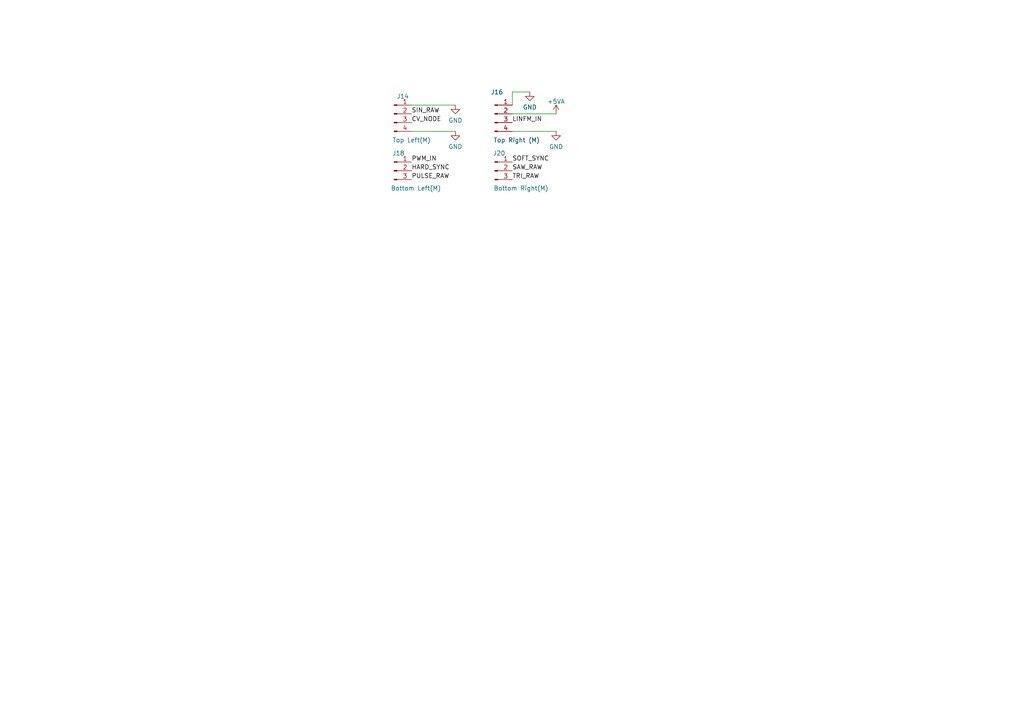
<source format=kicad_sch>
(kicad_sch (version 20211123) (generator eeschema)
  (paper "A4")
  (lib_symbols
    (symbol "Connector:Conn_01x03_Male" (pin_names (offset 1.016) hide)
      (property "Reference" "J" (at 0 5.08 0))
      (property "Value" "Conn_01x03_Male" (at 0 -5.08 0))
      (symbol "Conn_01x03_Male_1_1"
        (polyline (pts (xy 1.27 -2.54) (xy 0.8636 -2.54)) (stroke (width 0.1524)))
        (polyline (pts (xy 1.27 0) (xy 0.8636 0)) (stroke (width 0.1524)))
        (polyline (pts (xy 1.27 2.54) (xy 0.8636 2.54)) (stroke (width 0.1524)))
        (rectangle (start 0.8636 -2.413) (end 0 -2.667) (stroke (width 0.1524)) (fill (type outline)))
        (rectangle (start 0.8636 0.127) (end 0 -0.127) (stroke (width 0.1524)) (fill (type outline)))
        (rectangle (start 0.8636 2.667) (end 0 2.413) (stroke (width 0.1524)) (fill (type outline)))
        (pin passive line (at 5.08 2.54 180) (length 3.81) (name "Pin_1") (number "1"))
        (pin passive line (at 5.08 0 180) (length 3.81) (name "Pin_2") (number "2"))
        (pin passive line (at 5.08 -2.54 180) (length 3.81) (name "Pin_3") (number "3"))
      )
    )
    (symbol "Connector:Conn_01x04_Male" (pin_names (offset 1.016) hide)
      (property "Reference" "J" (at 0 5.08 0))
      (property "Value" "Conn_01x04_Male" (at 0 -7.62 0))
      (symbol "Conn_01x04_Male_1_1"
        (polyline (pts (xy 1.27 -5.08) (xy 0.8636 -5.08)) (stroke (width 0.1524)))
        (polyline (pts (xy 1.27 -2.54) (xy 0.8636 -2.54)) (stroke (width 0.1524)))
        (polyline (pts (xy 1.27 0) (xy 0.8636 0)) (stroke (width 0.1524)))
        (polyline (pts (xy 1.27 2.54) (xy 0.8636 2.54)) (stroke (width 0.1524)))
        (rectangle (start 0.8636 -4.953) (end 0 -5.207) (stroke (width 0.1524)) (fill (type outline)))
        (rectangle (start 0.8636 -2.413) (end 0 -2.667) (stroke (width 0.1524)) (fill (type outline)))
        (rectangle (start 0.8636 0.127) (end 0 -0.127) (stroke (width 0.1524)) (fill (type outline)))
        (rectangle (start 0.8636 2.667) (end 0 2.413) (stroke (width 0.1524)) (fill (type outline)))
        (pin passive line (at 5.08 2.54 180) (length 3.81) (name "Pin_1") (number "1"))
        (pin passive line (at 5.08 0 180) (length 3.81) (name "Pin_2") (number "2"))
        (pin passive line (at 5.08 -2.54 180) (length 3.81) (name "Pin_3") (number "3"))
        (pin passive line (at 5.08 -5.08 180) (length 3.81) (name "Pin_4") (number "4"))
      )
    )
    (symbol "power:+5VA" (power) (pin_names (offset 0))
      (property "Value" "+5VA" (at 0 3.556 0))
      (symbol "+5VA_0_1"
        (polyline (pts (xy -0.762 1.27) (xy 0 2.54)))
        (polyline (pts (xy 0 0) (xy 0 2.54)))
        (polyline (pts (xy 0 2.54) (xy 0.762 1.27)))
      )
      (symbol "+5VA_1_1"
        (pin power_in line (at 0 0 90) (length 0) hide (name "+5VA") (number "1"))
      )
    )
    (symbol "power:GND" (power) (pin_names (offset 0))
      (property "Value" "GND" (at 0 -3.81 0))
      (symbol "GND_0_1"
        (polyline (pts (xy 0 0) (xy 0 -1.27) (xy 1.27 -1.27) (xy 0 -2.54) (xy -1.27 -1.27) (xy 0 -1.27)))
      )
      (symbol "GND_1_1"
        (pin power_in line (at 0 0 270) (length 0) hide (name "GND") (number "1"))
      )
    )
  )
  (wire (pts (xy 148.59 33.02) (xy 161.29 33.02)))
  (wire (pts (xy 148.59 26.67) (xy 153.67 26.67)))
  (wire (pts (xy 148.59 30.48) (xy 148.59 26.67)))
  (wire (pts (xy 119.38 38.1) (xy 132.08 38.1)))
  (wire (pts (xy 148.59 38.1) (xy 161.29 38.1)))
  (wire (pts (xy 119.38 30.48) (xy 132.08 30.48)))
  (label "CV_NODE" (at 119.38 35.56 0))
  (label "SOFT_SYNC" (at 148.59 46.99 0))
  (label "PWM_IN" (at 119.38 46.99 0))
  (label "SIN_RAW" (at 119.38 33.02 0))
  (label "PULSE_RAW" (at 119.38 52.07 0))
  (label "LINFM_IN" (at 148.59 35.56 0))
  (label "HARD_SYNC" (at 119.38 49.53 0))
  (label "SAW_RAW" (at 148.59 49.53 0))
  (label "TRI_RAW" (at 148.59 52.07 0))
  (symbol (lib_id "power:GND") (at 132.08 30.48 0) (unit 1)
    (property "Reference" "#PWR?" (effects hide))
    (property "Value" "GND" (at 132.08 34.9234 0))
  )
  (symbol (lib_id "Connector:Conn_01x04_Male") (at 114.3 33.02 0) (unit 1)
    (property "Reference" "J14" (at 116.84 27.94 0))
    (property "Value" "Top Left(M)" (at 119.38 40.64 0))
    (property "Footprint" "Connector_PinHeader_2.54mm:PinHeader_1x03_P2.54mm_Vertical" (effects hide))
  )
  (symbol (lib_id "Connector:Conn_01x04_Male") (at 143.51 33.02 0) (unit 1)
    (property "Reference" "J16" (at 144.145 26.704 0))
    (property "Value" "Top Right (M)" (at 149.86 40.64 0))
    (property "Footprint" "Connector_PinHeader_2.54mm:PinHeader_1x04_P2.54mm_Vertical" (effects hide))
  )
  (symbol (lib_id "Connector:Conn_01x03_Male") (at 114.3 49.53 0) (unit 1)
    (property "Reference" "J18" (at 115.57 44.45 0))
    (property "Value" "Bottom Left(M)" (at 120.65 54.61 0))
    (property "Footprint" "Connector_PinHeader_2.54mm:PinHeader_1x03_P2.54mm_Vertical" (effects hide))
  )
  (symbol (lib_id "power:+5VA") (at 161.29 33.02 0) (unit 1)
    (property "Reference" "#PWR0153" (effects hide))
    (property "Value" "+5VA" (at 161.29 29.4442 0))
  )
  (symbol (lib_id "Connector:Conn_01x03_Male") (at 143.51 49.53 0) (unit 1)
    (property "Reference" "J20" (at 144.78 44.45 0))
    (property "Value" "Bottom Right(M)" (at 151.13 54.61 0))
    (property "Footprint" "Connector_PinHeader_2.54mm:PinHeader_1x03_P2.54mm_Vertical" (effects hide))
  )
  (symbol (lib_id "power:GND") (at 161.29 38.1 0) (unit 1)
    (property "Reference" "#PWR0123" (effects hide))
    (property "Value" "GND" (at 161.29 42.5434 0))
  )
  (symbol (lib_id "power:GND") (at 153.67 26.67 0) (unit 1)
    (property "Reference" "#PWR?" (effects hide))
    (property "Value" "GND" (at 153.67 31.1134 0))
  )
  (symbol (lib_id "power:GND") (at 132.08 38.1 0) (unit 1)
    (property "Reference" "#PWR?" (effects hide))
    (property "Value" "GND" (at 132.08 42.5434 0))
  )
)
</source>
